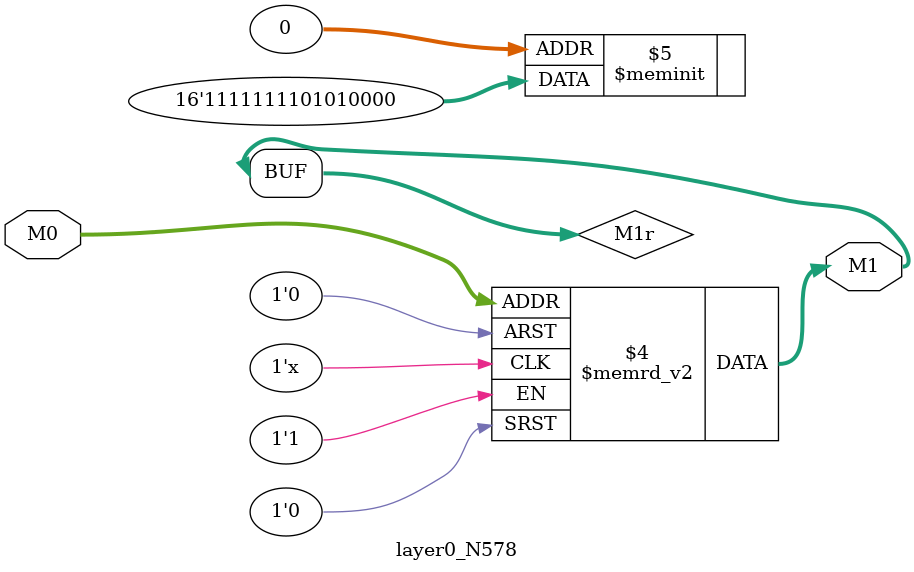
<source format=v>
module layer0_N578 ( input [2:0] M0, output [1:0] M1 );

	(*rom_style = "distributed" *) reg [1:0] M1r;
	assign M1 = M1r;
	always @ (M0) begin
		case (M0)
			3'b000: M1r = 2'b00;
			3'b100: M1r = 2'b11;
			3'b010: M1r = 2'b01;
			3'b110: M1r = 2'b11;
			3'b001: M1r = 2'b00;
			3'b101: M1r = 2'b11;
			3'b011: M1r = 2'b01;
			3'b111: M1r = 2'b11;

		endcase
	end
endmodule

</source>
